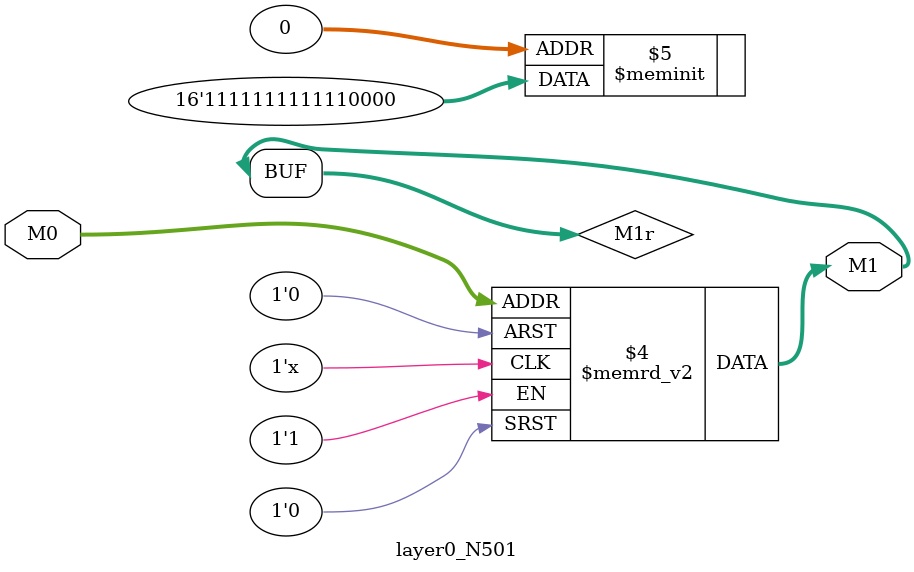
<source format=v>
module layer0_N501 ( input [2:0] M0, output [1:0] M1 );

	(*rom_style = "distributed" *) reg [1:0] M1r;
	assign M1 = M1r;
	always @ (M0) begin
		case (M0)
			3'b000: M1r = 2'b00;
			3'b100: M1r = 2'b11;
			3'b010: M1r = 2'b11;
			3'b110: M1r = 2'b11;
			3'b001: M1r = 2'b00;
			3'b101: M1r = 2'b11;
			3'b011: M1r = 2'b11;
			3'b111: M1r = 2'b11;

		endcase
	end
endmodule

</source>
